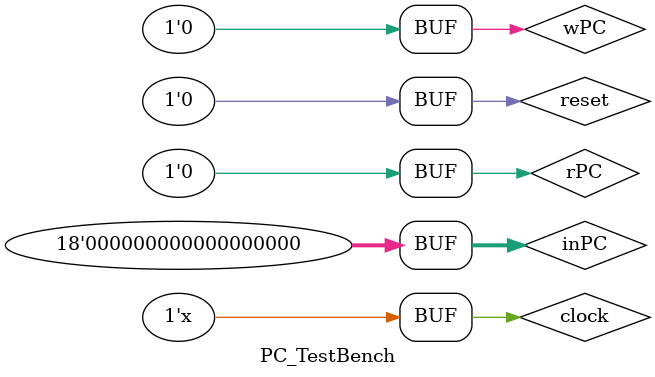
<source format=v>
module PC_TestBench;
  
  reg rPC, wPC, clock, reset;
  reg[17:0] inPC;
  wire[17:0] outPC;
  
  initial begin
    
    #10 rPC <= 1'b0;
    #10 wPC <= 1'b0;
    #10 clock <= 1'b0;
    #10 inPC <= 18'd0;
    #10 reset <= 1'b0;
    #20 reset <= 1'b1;
    #30 reset <= 1'b0;    
  end
  
  always begin
    #5 clock = !clock;
  end
  
  PC pc( .re_PC(rPC), .wr_PC(wPC), .clk(clock), .rst(reset), .PCin(inPC), .PCout(outPC) );
  
endmodule
</source>
